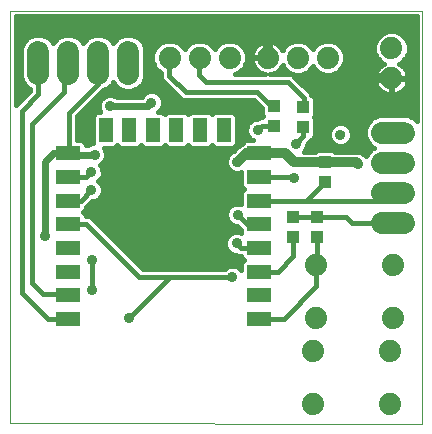
<source format=gtl>
G75*
%MOIN*%
%OFA0B0*%
%FSLAX25Y25*%
%IPPOS*%
%LPD*%
%AMOC8*
5,1,8,0,0,1.08239X$1,22.5*
%
%ADD10C,0.00000*%
%ADD11C,0.07400*%
%ADD12R,0.07874X0.04724*%
%ADD13R,0.04724X0.07874*%
%ADD14C,0.07400*%
%ADD15R,0.03937X0.04331*%
%ADD16C,0.01600*%
%ADD17C,0.03562*%
%ADD18C,0.03200*%
%ADD19C,0.02400*%
%ADD20C,0.03600*%
D10*
X0010658Y0015028D02*
X0010619Y0152587D01*
X0147942Y0152587D01*
X0147942Y0014871D01*
X0010658Y0015028D01*
D11*
X0019871Y0131486D02*
X0019871Y0138886D01*
X0029871Y0138886D02*
X0029871Y0131486D01*
X0039871Y0131486D02*
X0039871Y0138886D01*
X0049871Y0138886D02*
X0049871Y0131486D01*
X0134557Y0111918D02*
X0141957Y0111918D01*
X0141957Y0101918D02*
X0134557Y0101918D01*
X0134557Y0091918D02*
X0141957Y0091918D01*
X0141957Y0081918D02*
X0134557Y0081918D01*
D12*
X0093572Y0081328D03*
X0093572Y0089202D03*
X0093572Y0097076D03*
X0093572Y0104950D03*
X0093572Y0073454D03*
X0093572Y0065580D03*
X0093572Y0057706D03*
X0093572Y0049831D03*
X0029792Y0049831D03*
X0029792Y0057706D03*
X0029792Y0065580D03*
X0029792Y0073454D03*
X0029792Y0081328D03*
X0029792Y0089202D03*
X0029792Y0097076D03*
X0029792Y0104950D03*
D13*
X0042391Y0112824D03*
X0050265Y0112824D03*
X0058139Y0112824D03*
X0066013Y0112824D03*
X0073887Y0112824D03*
X0081761Y0112824D03*
D14*
X0083690Y0136800D03*
X0073690Y0136800D03*
X0063690Y0136800D03*
X0096485Y0136839D03*
X0106485Y0136839D03*
X0116485Y0136839D03*
X0137666Y0140028D03*
X0137666Y0130028D03*
X0138104Y0067826D03*
X0138104Y0050026D03*
X0137159Y0039165D03*
X0137159Y0021365D03*
X0111559Y0021365D03*
X0111559Y0039165D03*
X0112504Y0050026D03*
X0112504Y0067826D03*
D15*
X0112784Y0077194D03*
X0112784Y0083887D03*
X0104910Y0083887D03*
X0104910Y0077194D03*
X0115383Y0095265D03*
X0115383Y0101957D03*
X0108257Y0113729D03*
X0108257Y0120422D03*
X0098375Y0120737D03*
X0098375Y0114044D03*
D16*
X0097222Y0114192D01*
X0094422Y0114192D01*
X0093022Y0112792D01*
X0090354Y0115498D02*
X0086123Y0115498D01*
X0086123Y0113900D02*
X0089368Y0113900D01*
X0089222Y0113548D02*
X0089222Y0112036D01*
X0089801Y0110640D01*
X0090870Y0109571D01*
X0091494Y0109312D01*
X0088806Y0109312D01*
X0087704Y0108210D01*
X0087202Y0108002D01*
X0086189Y0106989D01*
X0086189Y0106989D01*
X0084852Y0105652D01*
X0084146Y0105360D01*
X0083083Y0104296D01*
X0082507Y0102906D01*
X0082507Y0101402D01*
X0083083Y0100012D01*
X0084146Y0098949D01*
X0085536Y0098373D01*
X0087040Y0098373D01*
X0087635Y0098619D01*
X0087635Y0093885D01*
X0088381Y0093139D01*
X0087635Y0092392D01*
X0087635Y0088061D01*
X0087158Y0088258D01*
X0085654Y0088258D01*
X0084264Y0087683D01*
X0083201Y0086619D01*
X0082625Y0085229D01*
X0082625Y0083725D01*
X0083201Y0082335D01*
X0084264Y0081272D01*
X0085654Y0080696D01*
X0086228Y0080696D01*
X0087635Y0079289D01*
X0087635Y0078437D01*
X0086778Y0078792D01*
X0085266Y0078792D01*
X0083870Y0078214D01*
X0082801Y0077145D01*
X0082222Y0075748D01*
X0082222Y0074236D01*
X0082801Y0072840D01*
X0083870Y0071771D01*
X0085266Y0071192D01*
X0085899Y0071192D01*
X0086865Y0070792D01*
X0087635Y0070792D01*
X0087635Y0070263D01*
X0088381Y0069517D01*
X0087635Y0068770D01*
X0087635Y0066154D01*
X0086775Y0067014D01*
X0085378Y0067592D01*
X0083866Y0067592D01*
X0082470Y0067014D01*
X0082048Y0066592D01*
X0054708Y0066592D01*
X0038386Y0082914D01*
X0037599Y0083701D01*
X0036570Y0084128D01*
X0035729Y0084128D01*
X0035729Y0084518D01*
X0034983Y0085265D01*
X0035729Y0086011D01*
X0035729Y0086927D01*
X0037766Y0088964D01*
X0038340Y0088964D01*
X0039729Y0089539D01*
X0040793Y0090603D01*
X0041368Y0091993D01*
X0041368Y0093497D01*
X0040793Y0094887D01*
X0039982Y0095698D01*
X0040793Y0096509D01*
X0041368Y0097898D01*
X0041368Y0099402D01*
X0040793Y0100792D01*
X0040433Y0101153D01*
X0040910Y0101350D01*
X0041974Y0102414D01*
X0042550Y0103804D01*
X0042550Y0105308D01*
X0041974Y0106698D01*
X0041785Y0106887D01*
X0045581Y0106887D01*
X0046328Y0107633D01*
X0047074Y0106887D01*
X0053455Y0106887D01*
X0054202Y0107633D01*
X0054948Y0106887D01*
X0061329Y0106887D01*
X0062076Y0107633D01*
X0062822Y0106887D01*
X0069203Y0106887D01*
X0069950Y0107633D01*
X0070696Y0106887D01*
X0077077Y0106887D01*
X0077824Y0107633D01*
X0078570Y0106887D01*
X0084951Y0106887D01*
X0086123Y0108058D01*
X0086123Y0117589D01*
X0084951Y0118761D01*
X0078570Y0118761D01*
X0077824Y0118014D01*
X0077077Y0118761D01*
X0070696Y0118761D01*
X0069950Y0118014D01*
X0069203Y0118761D01*
X0062822Y0118761D01*
X0062076Y0118014D01*
X0061329Y0118761D01*
X0059895Y0118761D01*
X0060872Y0119737D01*
X0061447Y0121127D01*
X0061447Y0122631D01*
X0060872Y0124021D01*
X0059808Y0125084D01*
X0058418Y0125660D01*
X0056914Y0125660D01*
X0055524Y0125084D01*
X0054461Y0124021D01*
X0054410Y0123898D01*
X0046034Y0123898D01*
X0046028Y0123903D01*
X0044639Y0124479D01*
X0043134Y0124479D01*
X0041745Y0123903D01*
X0040681Y0122839D01*
X0040106Y0121450D01*
X0040106Y0119946D01*
X0040596Y0118761D01*
X0039200Y0118761D01*
X0038028Y0117589D01*
X0038028Y0108337D01*
X0038016Y0108337D01*
X0036627Y0107761D01*
X0036621Y0107756D01*
X0035729Y0107756D01*
X0035729Y0108140D01*
X0034558Y0109312D01*
X0032907Y0109312D01*
X0032907Y0117317D01*
X0041638Y0126048D01*
X0043100Y0126654D01*
X0044703Y0128257D01*
X0044871Y0128662D01*
X0045039Y0128257D01*
X0046642Y0126654D01*
X0048737Y0125786D01*
X0051005Y0125786D01*
X0053100Y0126654D01*
X0054703Y0128257D01*
X0055571Y0130352D01*
X0055571Y0140020D01*
X0054703Y0142115D01*
X0053100Y0143718D01*
X0051005Y0144586D01*
X0048737Y0144586D01*
X0046642Y0143718D01*
X0045039Y0142115D01*
X0044871Y0141710D01*
X0044703Y0142115D01*
X0043100Y0143718D01*
X0041005Y0144586D01*
X0038737Y0144586D01*
X0036642Y0143718D01*
X0035039Y0142115D01*
X0034871Y0141710D01*
X0034703Y0142115D01*
X0033100Y0143718D01*
X0031005Y0144586D01*
X0028737Y0144586D01*
X0026642Y0143718D01*
X0025039Y0142115D01*
X0024871Y0141710D01*
X0024703Y0142115D01*
X0023100Y0143718D01*
X0021005Y0144586D01*
X0018737Y0144586D01*
X0016642Y0143718D01*
X0015039Y0142115D01*
X0014171Y0140020D01*
X0014171Y0130352D01*
X0015039Y0128257D01*
X0016642Y0126654D01*
X0017071Y0126476D01*
X0017071Y0125794D01*
X0012428Y0121151D01*
X0012419Y0150787D01*
X0146142Y0150787D01*
X0146142Y0115794D01*
X0145185Y0116750D01*
X0143090Y0117618D01*
X0133423Y0117618D01*
X0131328Y0116750D01*
X0129724Y0115147D01*
X0128857Y0113052D01*
X0128857Y0110784D01*
X0129724Y0108689D01*
X0131328Y0107086D01*
X0131733Y0106918D01*
X0131328Y0106750D01*
X0129724Y0105147D01*
X0129269Y0104048D01*
X0128706Y0104612D01*
X0128268Y0104793D01*
X0128052Y0105009D01*
X0126729Y0105557D01*
X0118745Y0105557D01*
X0118180Y0106123D01*
X0112586Y0106123D01*
X0112020Y0105557D01*
X0108503Y0105557D01*
X0108903Y0105957D01*
X0109479Y0107347D01*
X0109479Y0107921D01*
X0109843Y0108285D01*
X0110630Y0109072D01*
X0110834Y0109564D01*
X0111054Y0109564D01*
X0112225Y0110735D01*
X0112225Y0116723D01*
X0111873Y0117076D01*
X0112225Y0117428D01*
X0112225Y0123416D01*
X0111054Y0124587D01*
X0110996Y0124587D01*
X0110796Y0125071D01*
X0105676Y0130191D01*
X0104888Y0130978D01*
X0103859Y0131405D01*
X0097330Y0131405D01*
X0097773Y0131475D01*
X0098596Y0131742D01*
X0099368Y0132135D01*
X0100068Y0132644D01*
X0100680Y0133256D01*
X0101189Y0133957D01*
X0101366Y0134304D01*
X0101653Y0133611D01*
X0103256Y0132007D01*
X0105351Y0131139D01*
X0107619Y0131139D01*
X0109714Y0132007D01*
X0111317Y0133611D01*
X0111485Y0134016D01*
X0111653Y0133611D01*
X0113256Y0132007D01*
X0115351Y0131139D01*
X0117619Y0131139D01*
X0119714Y0132007D01*
X0121317Y0133611D01*
X0122185Y0135706D01*
X0122185Y0137973D01*
X0121317Y0140068D01*
X0119714Y0141672D01*
X0117619Y0142539D01*
X0115351Y0142539D01*
X0113256Y0141672D01*
X0111653Y0140068D01*
X0111485Y0139663D01*
X0111317Y0140068D01*
X0109714Y0141672D01*
X0107619Y0142539D01*
X0105351Y0142539D01*
X0103256Y0141672D01*
X0101653Y0140068D01*
X0101366Y0139375D01*
X0101189Y0139722D01*
X0100680Y0140422D01*
X0100068Y0141035D01*
X0099368Y0141543D01*
X0098596Y0141936D01*
X0097773Y0142204D01*
X0096918Y0142339D01*
X0096685Y0142339D01*
X0096685Y0137039D01*
X0096285Y0137039D01*
X0096285Y0136639D01*
X0090985Y0136639D01*
X0090985Y0136406D01*
X0091120Y0135551D01*
X0091388Y0134728D01*
X0091781Y0133957D01*
X0092290Y0133256D01*
X0092902Y0132644D01*
X0093602Y0132135D01*
X0094374Y0131742D01*
X0095197Y0131475D01*
X0095640Y0131405D01*
X0085559Y0131405D01*
X0086919Y0131968D01*
X0088522Y0133571D01*
X0089390Y0135666D01*
X0089390Y0137934D01*
X0088522Y0140029D01*
X0086919Y0141632D01*
X0084824Y0142500D01*
X0082556Y0142500D01*
X0080461Y0141632D01*
X0078858Y0140029D01*
X0078690Y0139624D01*
X0078522Y0140029D01*
X0076919Y0141632D01*
X0074824Y0142500D01*
X0072556Y0142500D01*
X0070461Y0141632D01*
X0068858Y0140029D01*
X0068690Y0139624D01*
X0068522Y0140029D01*
X0066919Y0141632D01*
X0064824Y0142500D01*
X0062556Y0142500D01*
X0060461Y0141632D01*
X0058858Y0140029D01*
X0057990Y0137934D01*
X0057990Y0135666D01*
X0058858Y0133571D01*
X0060461Y0131968D01*
X0060822Y0131818D01*
X0060822Y0130327D01*
X0061248Y0129297D01*
X0067497Y0123048D01*
X0068527Y0122622D01*
X0091832Y0122622D01*
X0094406Y0120048D01*
X0094406Y0117743D01*
X0094759Y0117391D01*
X0094406Y0117038D01*
X0094406Y0116992D01*
X0093865Y0116992D01*
X0092899Y0116592D01*
X0092266Y0116592D01*
X0090870Y0116014D01*
X0089801Y0114945D01*
X0089222Y0113548D01*
X0089222Y0112301D02*
X0086123Y0112301D01*
X0086123Y0110703D02*
X0089774Y0110703D01*
X0088599Y0109104D02*
X0086123Y0109104D01*
X0085570Y0107506D02*
X0086706Y0107506D01*
X0085107Y0105907D02*
X0042301Y0105907D01*
X0042550Y0104309D02*
X0083095Y0104309D01*
X0082507Y0102710D02*
X0042097Y0102710D01*
X0040473Y0101112D02*
X0082627Y0101112D01*
X0083582Y0099513D02*
X0041323Y0099513D01*
X0041368Y0097915D02*
X0087635Y0097915D01*
X0087635Y0096316D02*
X0040600Y0096316D01*
X0040863Y0094718D02*
X0087635Y0094718D01*
X0088362Y0093119D02*
X0041368Y0093119D01*
X0041173Y0091521D02*
X0087635Y0091521D01*
X0087635Y0089922D02*
X0040112Y0089922D01*
X0037126Y0088324D02*
X0087635Y0088324D01*
X0086406Y0084477D02*
X0089556Y0081328D01*
X0093572Y0081328D01*
X0087635Y0078733D02*
X0086922Y0078733D01*
X0086593Y0080331D02*
X0040969Y0080331D01*
X0042567Y0078733D02*
X0085122Y0078733D01*
X0082796Y0077134D02*
X0044166Y0077134D01*
X0045764Y0075536D02*
X0082222Y0075536D01*
X0082346Y0073937D02*
X0047363Y0073937D01*
X0048961Y0072339D02*
X0083302Y0072339D01*
X0086022Y0074992D02*
X0087422Y0073592D01*
X0093022Y0073592D01*
X0093572Y0073454D01*
X0087635Y0070740D02*
X0050560Y0070740D01*
X0052158Y0069142D02*
X0088006Y0069142D01*
X0087635Y0067543D02*
X0085496Y0067543D01*
X0083748Y0067543D02*
X0053757Y0067543D01*
X0053548Y0063792D02*
X0036013Y0081328D01*
X0029792Y0081328D01*
X0030022Y0081992D01*
X0035121Y0085127D02*
X0082625Y0085127D01*
X0082707Y0083528D02*
X0037772Y0083528D01*
X0039370Y0081930D02*
X0083607Y0081930D01*
X0083307Y0086725D02*
X0035729Y0086725D01*
X0034044Y0089202D02*
X0037587Y0092745D01*
X0036013Y0097076D02*
X0037587Y0098650D01*
X0036013Y0097076D02*
X0029792Y0097076D01*
X0029792Y0089202D02*
X0034044Y0089202D01*
X0029792Y0104950D02*
X0030022Y0105792D01*
X0030107Y0105343D02*
X0030107Y0118477D01*
X0039822Y0128192D01*
X0039822Y0133792D01*
X0039871Y0135186D01*
X0044715Y0128286D02*
X0045026Y0128286D01*
X0046608Y0126688D02*
X0043134Y0126688D01*
X0040679Y0125089D02*
X0055537Y0125089D01*
X0053134Y0126688D02*
X0063858Y0126688D01*
X0065456Y0125089D02*
X0059795Y0125089D01*
X0061091Y0123491D02*
X0067055Y0123491D01*
X0069083Y0125422D02*
X0063622Y0130883D01*
X0063622Y0136592D01*
X0063690Y0136800D01*
X0059347Y0133082D02*
X0055571Y0133082D01*
X0055571Y0134680D02*
X0058398Y0134680D01*
X0057990Y0136279D02*
X0055571Y0136279D01*
X0055571Y0137877D02*
X0057990Y0137877D01*
X0058629Y0139476D02*
X0055571Y0139476D01*
X0055134Y0141075D02*
X0059903Y0141075D01*
X0054145Y0142673D02*
X0132592Y0142673D01*
X0132834Y0143257D02*
X0131966Y0141162D01*
X0131966Y0138895D01*
X0132834Y0136800D01*
X0134437Y0135196D01*
X0135130Y0134909D01*
X0134784Y0134732D01*
X0134083Y0134223D01*
X0133471Y0133611D01*
X0132962Y0132911D01*
X0132569Y0132140D01*
X0132302Y0131316D01*
X0132166Y0130461D01*
X0132166Y0130228D01*
X0137466Y0130228D01*
X0137466Y0129828D01*
X0137866Y0129828D01*
X0137866Y0124528D01*
X0138099Y0124528D01*
X0138954Y0124664D01*
X0139777Y0124931D01*
X0140549Y0125324D01*
X0141249Y0125833D01*
X0141861Y0126445D01*
X0142370Y0127146D01*
X0142763Y0127917D01*
X0143031Y0128740D01*
X0143166Y0129595D01*
X0143166Y0129828D01*
X0137866Y0129828D01*
X0137866Y0130228D01*
X0143166Y0130228D01*
X0143166Y0130461D01*
X0143031Y0131316D01*
X0142763Y0132140D01*
X0142370Y0132911D01*
X0141861Y0133611D01*
X0141249Y0134223D01*
X0140549Y0134732D01*
X0140202Y0134909D01*
X0140895Y0135196D01*
X0142498Y0136800D01*
X0143366Y0138895D01*
X0143366Y0141162D01*
X0142498Y0143257D01*
X0140895Y0144861D01*
X0138800Y0145728D01*
X0136532Y0145728D01*
X0134437Y0144861D01*
X0132834Y0143257D01*
X0133848Y0144272D02*
X0051763Y0144272D01*
X0047978Y0144272D02*
X0041763Y0144272D01*
X0044145Y0142673D02*
X0045597Y0142673D01*
X0037978Y0144272D02*
X0031763Y0144272D01*
X0034145Y0142673D02*
X0035597Y0142673D01*
X0027978Y0144272D02*
X0021763Y0144272D01*
X0024145Y0142673D02*
X0025597Y0142673D01*
X0017978Y0144272D02*
X0012421Y0144272D01*
X0012421Y0145870D02*
X0146142Y0145870D01*
X0146142Y0144272D02*
X0141484Y0144272D01*
X0142740Y0142673D02*
X0146142Y0142673D01*
X0146142Y0141075D02*
X0143366Y0141075D01*
X0143366Y0139476D02*
X0146142Y0139476D01*
X0146142Y0137877D02*
X0142945Y0137877D01*
X0141978Y0136279D02*
X0146142Y0136279D01*
X0146142Y0134680D02*
X0140620Y0134680D01*
X0142246Y0133082D02*
X0146142Y0133082D01*
X0146142Y0131483D02*
X0142976Y0131483D01*
X0142883Y0128286D02*
X0146142Y0128286D01*
X0146142Y0126688D02*
X0142038Y0126688D01*
X0140088Y0125089D02*
X0146142Y0125089D01*
X0146142Y0123491D02*
X0112150Y0123491D01*
X0112225Y0121892D02*
X0146142Y0121892D01*
X0146142Y0120294D02*
X0112225Y0120294D01*
X0112225Y0118695D02*
X0146142Y0118695D01*
X0146142Y0117097D02*
X0144349Y0117097D01*
X0137466Y0124528D02*
X0137466Y0129828D01*
X0132166Y0129828D01*
X0132166Y0129595D01*
X0132302Y0128740D01*
X0132569Y0127917D01*
X0132962Y0127146D01*
X0133471Y0126445D01*
X0134083Y0125833D01*
X0134784Y0125324D01*
X0135555Y0124931D01*
X0136378Y0124664D01*
X0137233Y0124528D01*
X0137466Y0124528D01*
X0137466Y0125089D02*
X0137866Y0125089D01*
X0137866Y0126688D02*
X0137466Y0126688D01*
X0137466Y0128286D02*
X0137866Y0128286D01*
X0137866Y0129885D02*
X0146142Y0129885D01*
X0137466Y0129885D02*
X0105982Y0129885D01*
X0104521Y0131483D02*
X0097800Y0131483D01*
X0100506Y0133082D02*
X0102181Y0133082D01*
X0103302Y0128605D02*
X0075809Y0128605D01*
X0073422Y0130992D01*
X0073422Y0136592D01*
X0073690Y0136800D01*
X0077476Y0141075D02*
X0079903Y0141075D01*
X0087476Y0141075D02*
X0092957Y0141075D01*
X0092902Y0141035D02*
X0092290Y0140422D01*
X0091781Y0139722D01*
X0091388Y0138951D01*
X0091120Y0138127D01*
X0090985Y0137272D01*
X0090985Y0137039D01*
X0096285Y0137039D01*
X0096285Y0142339D01*
X0096052Y0142339D01*
X0095197Y0142204D01*
X0094374Y0141936D01*
X0093602Y0141543D01*
X0092902Y0141035D01*
X0091656Y0139476D02*
X0088751Y0139476D01*
X0089390Y0137877D02*
X0091081Y0137877D01*
X0091005Y0136279D02*
X0089390Y0136279D01*
X0088981Y0134680D02*
X0091412Y0134680D01*
X0092464Y0133082D02*
X0088033Y0133082D01*
X0085749Y0131483D02*
X0095170Y0131483D01*
X0092992Y0125422D02*
X0069083Y0125422D01*
X0069268Y0118695D02*
X0070631Y0118695D01*
X0077142Y0118695D02*
X0078505Y0118695D01*
X0085017Y0118695D02*
X0094406Y0118695D01*
X0094465Y0117097D02*
X0086123Y0117097D01*
X0092562Y0121892D02*
X0061447Y0121892D01*
X0061102Y0120294D02*
X0094160Y0120294D01*
X0097222Y0121192D02*
X0092992Y0125422D01*
X0097222Y0121192D02*
X0098375Y0120737D01*
X0103302Y0128605D02*
X0108422Y0123485D01*
X0108422Y0121192D01*
X0108257Y0120422D01*
X0111894Y0117097D02*
X0132164Y0117097D01*
X0130076Y0115498D02*
X0112225Y0115498D01*
X0112225Y0113900D02*
X0117962Y0113900D01*
X0117453Y0113391D02*
X0116877Y0112001D01*
X0116877Y0110497D01*
X0117453Y0109107D01*
X0118516Y0108043D01*
X0119906Y0107468D01*
X0121410Y0107468D01*
X0122800Y0108043D01*
X0123864Y0109107D01*
X0124439Y0110497D01*
X0124439Y0112001D01*
X0123864Y0113391D01*
X0122800Y0114454D01*
X0121410Y0115030D01*
X0119906Y0115030D01*
X0118516Y0114454D01*
X0117453Y0113391D01*
X0117002Y0112301D02*
X0112225Y0112301D01*
X0112193Y0110703D02*
X0116877Y0110703D01*
X0117455Y0109104D02*
X0110644Y0109104D01*
X0109843Y0108285D02*
X0109843Y0108285D01*
X0109479Y0107506D02*
X0119814Y0107506D01*
X0121502Y0107506D02*
X0130908Y0107506D01*
X0130485Y0105907D02*
X0118395Y0105907D01*
X0120658Y0111249D02*
X0121328Y0111918D01*
X0123355Y0113900D02*
X0129208Y0113900D01*
X0128857Y0112301D02*
X0124315Y0112301D01*
X0124439Y0110703D02*
X0128890Y0110703D01*
X0129553Y0109104D02*
X0123861Y0109104D01*
X0129009Y0104309D02*
X0129377Y0104309D01*
X0137822Y0091792D02*
X0135231Y0089202D01*
X0109320Y0089202D01*
X0115383Y0095265D01*
X0109320Y0089202D02*
X0108847Y0089202D01*
X0093572Y0089202D01*
X0093572Y0097076D02*
X0104910Y0097076D01*
X0105304Y0096682D01*
X0108853Y0105907D02*
X0112370Y0105907D01*
X0108257Y0110658D02*
X0108257Y0113729D01*
X0108257Y0110658D02*
X0105698Y0108099D01*
X0110777Y0125089D02*
X0135245Y0125089D01*
X0133295Y0126688D02*
X0109179Y0126688D01*
X0107580Y0128286D02*
X0132449Y0128286D01*
X0132356Y0131483D02*
X0118450Y0131483D01*
X0120789Y0133082D02*
X0133086Y0133082D01*
X0134712Y0134680D02*
X0121760Y0134680D01*
X0122185Y0136279D02*
X0133354Y0136279D01*
X0132387Y0137877D02*
X0122185Y0137877D01*
X0121563Y0139476D02*
X0131966Y0139476D01*
X0131966Y0141075D02*
X0120311Y0141075D01*
X0112659Y0141075D02*
X0110311Y0141075D01*
X0102659Y0141075D02*
X0100013Y0141075D01*
X0101314Y0139476D02*
X0101408Y0139476D01*
X0096685Y0139476D02*
X0096285Y0139476D01*
X0096285Y0137877D02*
X0096685Y0137877D01*
X0096685Y0141075D02*
X0096285Y0141075D01*
X0108450Y0131483D02*
X0114521Y0131483D01*
X0112181Y0133082D02*
X0110789Y0133082D01*
X0086288Y0102154D02*
X0086328Y0102076D01*
X0086367Y0102076D01*
X0077951Y0107506D02*
X0077696Y0107506D01*
X0070077Y0107506D02*
X0069822Y0107506D01*
X0062203Y0107506D02*
X0061948Y0107506D01*
X0054329Y0107506D02*
X0054074Y0107506D01*
X0046455Y0107506D02*
X0046200Y0107506D01*
X0038028Y0109104D02*
X0034765Y0109104D01*
X0032907Y0110703D02*
X0038028Y0110703D01*
X0038028Y0112301D02*
X0032907Y0112301D01*
X0032907Y0113900D02*
X0038028Y0113900D01*
X0038028Y0115498D02*
X0032907Y0115498D01*
X0032907Y0117097D02*
X0038028Y0117097D01*
X0039135Y0118695D02*
X0034285Y0118695D01*
X0035884Y0120294D02*
X0040106Y0120294D01*
X0040289Y0121892D02*
X0037482Y0121892D01*
X0039081Y0123491D02*
X0041333Y0123491D01*
X0028532Y0125422D02*
X0028532Y0128102D01*
X0028622Y0128192D01*
X0028622Y0133792D01*
X0029871Y0135186D01*
X0020222Y0133792D02*
X0019871Y0135186D01*
X0019871Y0124635D01*
X0014359Y0119123D01*
X0014359Y0058455D01*
X0023022Y0049792D01*
X0028622Y0049792D01*
X0029792Y0049831D01*
X0029792Y0057706D02*
X0028622Y0058192D01*
X0021622Y0058192D01*
X0017902Y0061912D01*
X0017902Y0114792D01*
X0028532Y0125422D01*
X0016608Y0126688D02*
X0012426Y0126688D01*
X0012426Y0128286D02*
X0015026Y0128286D01*
X0014364Y0129885D02*
X0012425Y0129885D01*
X0012425Y0131483D02*
X0014171Y0131483D01*
X0014171Y0133082D02*
X0012424Y0133082D01*
X0012424Y0134680D02*
X0014171Y0134680D01*
X0014171Y0136279D02*
X0012424Y0136279D01*
X0012423Y0137877D02*
X0014171Y0137877D01*
X0014171Y0139476D02*
X0012423Y0139476D01*
X0012422Y0141075D02*
X0014608Y0141075D01*
X0015597Y0142673D02*
X0012422Y0142673D01*
X0012420Y0147469D02*
X0146142Y0147469D01*
X0146142Y0149067D02*
X0012420Y0149067D01*
X0012419Y0150666D02*
X0146142Y0150666D01*
X0138257Y0091918D02*
X0137822Y0091792D01*
X0138257Y0081918D02*
X0138060Y0081721D01*
X0124595Y0081721D01*
X0122430Y0083887D01*
X0112784Y0083887D01*
X0104910Y0083887D01*
X0104910Y0077194D02*
X0104910Y0070698D01*
X0099792Y0065580D01*
X0093572Y0065580D01*
X0084622Y0063792D02*
X0067509Y0063792D01*
X0063753Y0063792D01*
X0050186Y0050225D01*
X0037981Y0059280D02*
X0037981Y0069517D01*
X0053548Y0063792D02*
X0063753Y0063792D01*
X0093572Y0049831D02*
X0094422Y0049792D01*
X0101721Y0049792D01*
X0112622Y0060693D01*
X0112622Y0066592D01*
X0112504Y0067826D01*
X0112784Y0068106D01*
X0112784Y0077194D01*
X0062757Y0118695D02*
X0061394Y0118695D01*
X0062259Y0128286D02*
X0054715Y0128286D01*
X0055377Y0129885D02*
X0061005Y0129885D01*
X0060822Y0131483D02*
X0055571Y0131483D01*
X0067476Y0141075D02*
X0069903Y0141075D01*
X0016366Y0125089D02*
X0012427Y0125089D01*
X0012427Y0123491D02*
X0014767Y0123491D01*
X0013169Y0121892D02*
X0012428Y0121892D01*
D17*
X0037587Y0098650D03*
X0037587Y0092745D03*
X0040343Y0085580D03*
X0037981Y0069517D03*
X0037981Y0059280D03*
X0050186Y0050225D03*
X0022233Y0077391D03*
X0038769Y0104556D03*
X0043887Y0120698D03*
X0057666Y0121879D03*
X0086288Y0102154D03*
X0086406Y0084477D03*
X0105304Y0096682D03*
X0105698Y0108099D03*
X0120658Y0111249D03*
X0126564Y0101406D03*
D18*
X0126013Y0101957D01*
X0115383Y0101957D01*
X0105146Y0101957D01*
X0102154Y0104950D01*
X0093572Y0104950D01*
X0089241Y0104950D01*
X0086367Y0102076D01*
X0096485Y0136839D02*
X0096485Y0144162D01*
X0100973Y0148650D01*
X0124595Y0148650D01*
X0128532Y0144713D01*
X0128532Y0132902D01*
X0131406Y0130028D01*
X0137666Y0130028D01*
D19*
X0057666Y0121879D02*
X0056485Y0120698D01*
X0043887Y0120698D01*
X0038769Y0104556D02*
X0031258Y0104556D01*
X0030022Y0105792D01*
X0029792Y0104950D02*
X0024989Y0104950D01*
X0022233Y0102194D01*
X0022233Y0077391D01*
D20*
X0084622Y0063792D03*
X0086022Y0074992D03*
X0093022Y0112792D03*
M02*

</source>
